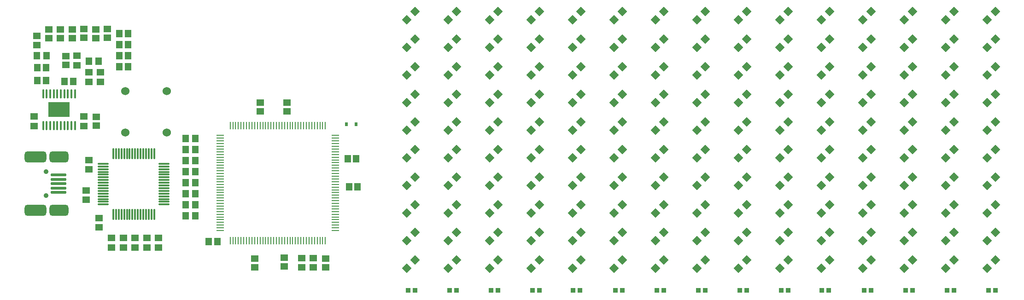
<source format=gbr>
%TF.GenerationSoftware,Altium Limited,Altium Designer,20.1.14 (287)*%
G04 Layer_Color=255*
%FSLAX26Y26*%
%MOIN*%
%TF.SameCoordinates,7E9A0AC4-0E20-4BBF-80A7-7FB1365180D4*%
%TF.FilePolarity,Positive*%
%TF.FileFunction,Pads,Top*%
%TF.Part,Single*%
G01*
G75*
%TA.AperFunction,SMDPad,CuDef*%
%ADD10O,0.009842X0.055118*%
%ADD11O,0.055118X0.009842*%
%ADD12O,0.011811X0.082677*%
%ADD13O,0.082677X0.011811*%
%ADD14R,0.151969X0.107874*%
%ADD15O,0.013780X0.072835*%
%ADD16R,0.033465X0.037402*%
%ADD17R,0.053150X0.045276*%
%ADD18R,0.045276X0.053150*%
%TA.AperFunction,ConnectorPad*%
G04:AMPARAMS|DCode=19|XSize=137.795mil|YSize=80.709mil|CornerRadius=20.177mil|HoleSize=0mil|Usage=FLASHONLY|Rotation=180.000|XOffset=0mil|YOffset=0mil|HoleType=Round|Shape=RoundedRectangle|*
%AMROUNDEDRECTD19*
21,1,0.137795,0.040354,0,0,180.0*
21,1,0.097441,0.080709,0,0,180.0*
1,1,0.040354,-0.048721,0.020177*
1,1,0.040354,0.048721,0.020177*
1,1,0.040354,0.048721,-0.020177*
1,1,0.040354,-0.048721,-0.020177*
%
%ADD19ROUNDEDRECTD19*%
G04:AMPARAMS|DCode=20|XSize=157.48mil|YSize=80.709mil|CornerRadius=20.177mil|HoleSize=0mil|Usage=FLASHONLY|Rotation=180.000|XOffset=0mil|YOffset=0mil|HoleType=Round|Shape=RoundedRectangle|*
%AMROUNDEDRECTD20*
21,1,0.157480,0.040354,0,0,180.0*
21,1,0.117126,0.080709,0,0,180.0*
1,1,0.040354,-0.058563,0.020177*
1,1,0.040354,0.058563,0.020177*
1,1,0.040354,0.058563,-0.020177*
1,1,0.040354,-0.058563,-0.020177*
%
%ADD20ROUNDEDRECTD20*%
G04:AMPARAMS|DCode=21|XSize=137.795mil|YSize=80.709mil|CornerRadius=20.177mil|HoleSize=0mil|Usage=FLASHONLY|Rotation=180.000|XOffset=0mil|YOffset=0mil|HoleType=Round|Shape=RoundedRectangle|*
%AMROUNDEDRECTD21*
21,1,0.137795,0.040355,0,0,180.0*
21,1,0.097441,0.080709,0,0,180.0*
1,1,0.040354,-0.048721,0.020177*
1,1,0.040354,0.048721,0.020177*
1,1,0.040354,0.048721,-0.020177*
1,1,0.040354,-0.048721,-0.020177*
%
%ADD21ROUNDEDRECTD21*%
G04:AMPARAMS|DCode=22|XSize=110.236mil|YSize=19.685mil|CornerRadius=4.921mil|HoleSize=0mil|Usage=FLASHONLY|Rotation=180.000|XOffset=0mil|YOffset=0mil|HoleType=Round|Shape=RoundedRectangle|*
%AMROUNDEDRECTD22*
21,1,0.110236,0.009843,0,0,180.0*
21,1,0.100394,0.019685,0,0,180.0*
1,1,0.009842,-0.050197,0.004921*
1,1,0.009842,0.050197,0.004921*
1,1,0.009842,0.050197,-0.004921*
1,1,0.009842,-0.050197,-0.004921*
%
%ADD22ROUNDEDRECTD22*%
%TA.AperFunction,SMDPad,CuDef*%
%ADD23P,0.066813X4X180.0*%
%ADD24R,0.023622X0.031496*%
%ADD25R,0.051181X0.055118*%
%ADD26R,0.055118X0.051181*%
%TA.AperFunction,ComponentPad*%
%ADD30C,0.035433*%
%ADD31C,0.060000*%
D10*
X3213780Y3515000D02*
D03*
X3233465D02*
D03*
X3253150D02*
D03*
X3272835D02*
D03*
X3292520D02*
D03*
X3312205D02*
D03*
X3331890D02*
D03*
X3351575D02*
D03*
X3371260D02*
D03*
X3390945D02*
D03*
X3410630D02*
D03*
X3430315D02*
D03*
X3450000D02*
D03*
X3469685D02*
D03*
X3489370D02*
D03*
X3509055D02*
D03*
X3528740D02*
D03*
X3548425D02*
D03*
X3568110D02*
D03*
X3587795D02*
D03*
X3607480D02*
D03*
X3627165D02*
D03*
X3646850D02*
D03*
X3666535D02*
D03*
X3686220D02*
D03*
X3705905D02*
D03*
X3725591D02*
D03*
X3745276D02*
D03*
X3764961D02*
D03*
X3784646D02*
D03*
X3804331D02*
D03*
X3824016D02*
D03*
X3843701D02*
D03*
X3863386D02*
D03*
X3883071D02*
D03*
X3902756D02*
D03*
Y2680354D02*
D03*
X3883071D02*
D03*
X3863386D02*
D03*
X3843701D02*
D03*
X3824016D02*
D03*
X3804331D02*
D03*
X3784646D02*
D03*
X3764961D02*
D03*
X3745276D02*
D03*
X3725591D02*
D03*
X3705905D02*
D03*
X3686220D02*
D03*
X3666535D02*
D03*
X3646850D02*
D03*
X3627165D02*
D03*
X3607480D02*
D03*
X3587795D02*
D03*
X3568110D02*
D03*
X3548425D02*
D03*
X3528740D02*
D03*
X3509055D02*
D03*
X3489370D02*
D03*
X3469685D02*
D03*
X3450000D02*
D03*
X3430315D02*
D03*
X3410630D02*
D03*
X3390945D02*
D03*
X3371260D02*
D03*
X3351575D02*
D03*
X3331890D02*
D03*
X3312205D02*
D03*
X3292520D02*
D03*
X3272835D02*
D03*
X3253150D02*
D03*
X3233465D02*
D03*
X3213780D02*
D03*
D11*
X3975591Y3442165D02*
D03*
Y3422480D02*
D03*
Y3402795D02*
D03*
Y3383110D02*
D03*
Y3363425D02*
D03*
Y3343740D02*
D03*
Y3324055D02*
D03*
Y3304370D02*
D03*
Y3284685D02*
D03*
Y3265000D02*
D03*
Y3245315D02*
D03*
Y3225630D02*
D03*
Y3205945D02*
D03*
Y3186260D02*
D03*
Y3166575D02*
D03*
Y3146890D02*
D03*
Y3127205D02*
D03*
Y3107520D02*
D03*
Y3087835D02*
D03*
Y3068150D02*
D03*
Y3048465D02*
D03*
Y3028780D02*
D03*
Y3009095D02*
D03*
Y2989409D02*
D03*
Y2969724D02*
D03*
Y2950039D02*
D03*
Y2930354D02*
D03*
Y2910669D02*
D03*
Y2890984D02*
D03*
Y2871299D02*
D03*
Y2851614D02*
D03*
Y2831929D02*
D03*
Y2812244D02*
D03*
Y2792559D02*
D03*
Y2772874D02*
D03*
Y2753189D02*
D03*
X3140945D02*
D03*
Y2772874D02*
D03*
Y2792559D02*
D03*
Y2812244D02*
D03*
Y2831929D02*
D03*
Y2851614D02*
D03*
Y2871299D02*
D03*
Y2890984D02*
D03*
Y2910669D02*
D03*
Y2930354D02*
D03*
Y2950039D02*
D03*
Y2969724D02*
D03*
Y2989409D02*
D03*
Y3009095D02*
D03*
Y3028780D02*
D03*
Y3048465D02*
D03*
Y3068150D02*
D03*
Y3087835D02*
D03*
Y3107520D02*
D03*
Y3127205D02*
D03*
Y3146890D02*
D03*
Y3166575D02*
D03*
Y3186260D02*
D03*
Y3205945D02*
D03*
Y3225630D02*
D03*
Y3245315D02*
D03*
Y3265000D02*
D03*
Y3284685D02*
D03*
Y3304370D02*
D03*
Y3324055D02*
D03*
Y3343740D02*
D03*
Y3363425D02*
D03*
Y3383110D02*
D03*
Y3402795D02*
D03*
Y3422480D02*
D03*
Y3442165D02*
D03*
D12*
X2368199Y3310472D02*
D03*
X2387885D02*
D03*
X2407570D02*
D03*
X2427255D02*
D03*
X2446940D02*
D03*
X2466625D02*
D03*
X2486310D02*
D03*
X2505995D02*
D03*
X2525680D02*
D03*
X2545365D02*
D03*
X2565050D02*
D03*
X2584735D02*
D03*
X2604420D02*
D03*
X2624105D02*
D03*
X2643790D02*
D03*
X2663475D02*
D03*
Y2869528D02*
D03*
X2643790D02*
D03*
X2624105D02*
D03*
X2604420D02*
D03*
X2584735D02*
D03*
X2565050D02*
D03*
X2545365D02*
D03*
X2525680D02*
D03*
X2505995D02*
D03*
X2486310D02*
D03*
X2466625D02*
D03*
X2446940D02*
D03*
X2427255D02*
D03*
X2407570D02*
D03*
X2387885D02*
D03*
X2368199D02*
D03*
D13*
X2736310Y3237638D02*
D03*
Y3217953D02*
D03*
Y3198268D02*
D03*
Y3178583D02*
D03*
Y3158898D02*
D03*
Y3139213D02*
D03*
Y3119528D02*
D03*
Y3099843D02*
D03*
Y3080157D02*
D03*
Y3060472D02*
D03*
Y3040787D02*
D03*
Y3021102D02*
D03*
Y3001417D02*
D03*
Y2981732D02*
D03*
Y2962047D02*
D03*
Y2942362D02*
D03*
X2295365D02*
D03*
Y2962047D02*
D03*
Y2981732D02*
D03*
Y3001417D02*
D03*
Y3021102D02*
D03*
Y3040787D02*
D03*
Y3060472D02*
D03*
Y3080157D02*
D03*
Y3099843D02*
D03*
Y3119528D02*
D03*
Y3139213D02*
D03*
Y3158898D02*
D03*
Y3178583D02*
D03*
Y3198268D02*
D03*
Y3217953D02*
D03*
Y3237638D02*
D03*
D14*
X1975837Y3630000D02*
D03*
D15*
X1860680Y3514843D02*
D03*
X1886270D02*
D03*
X1911861D02*
D03*
X1937451D02*
D03*
X1963042D02*
D03*
X1988632D02*
D03*
X2014223D02*
D03*
X2039814D02*
D03*
X2065404D02*
D03*
X2090995D02*
D03*
X1860680Y3745157D02*
D03*
X1886270D02*
D03*
X1911861D02*
D03*
X1937451D02*
D03*
X1963042D02*
D03*
X1988632D02*
D03*
X2014223D02*
D03*
X2039814D02*
D03*
X2065404D02*
D03*
X2090995D02*
D03*
D16*
X8751360Y2320769D02*
D03*
X8700179D02*
D03*
X8451360D02*
D03*
X8400179D02*
D03*
X8151360D02*
D03*
X8100179D02*
D03*
X7851360D02*
D03*
X7800179D02*
D03*
X7546360D02*
D03*
X7495179D02*
D03*
X7251360D02*
D03*
X7200179D02*
D03*
X6951360D02*
D03*
X6900179D02*
D03*
X6651360D02*
D03*
X6600179D02*
D03*
X6351360D02*
D03*
X6300179D02*
D03*
X6051360D02*
D03*
X6000179D02*
D03*
X5746360D02*
D03*
X5695179D02*
D03*
X5451360D02*
D03*
X5400179D02*
D03*
X5151360D02*
D03*
X5100179D02*
D03*
X4851360D02*
D03*
X4800179D02*
D03*
X4551360D02*
D03*
X4500179D02*
D03*
D17*
X3815837Y2555000D02*
D03*
Y2486102D02*
D03*
X3730837Y2554449D02*
D03*
Y2485551D02*
D03*
X2190837Y3264449D02*
D03*
Y3195551D02*
D03*
X2170837Y3044449D02*
D03*
Y2975551D02*
D03*
X2695837Y2630315D02*
D03*
Y2699213D02*
D03*
X2610837Y2630315D02*
D03*
Y2699213D02*
D03*
X2525837Y2630315D02*
D03*
Y2699213D02*
D03*
X2440837Y2630866D02*
D03*
Y2699764D02*
D03*
X2355837Y2630866D02*
D03*
Y2699764D02*
D03*
X2265837Y2776102D02*
D03*
Y2845000D02*
D03*
X1815837Y4095551D02*
D03*
Y4164449D02*
D03*
X2155837Y3579449D02*
D03*
Y3510551D02*
D03*
X1795837Y3579449D02*
D03*
Y3510551D02*
D03*
X2275837Y3830551D02*
D03*
Y3899449D02*
D03*
X2105837Y4018898D02*
D03*
Y3950000D02*
D03*
X2190837Y3830551D02*
D03*
Y3899449D02*
D03*
D18*
X2960286Y3420000D02*
D03*
X2891388D02*
D03*
X2960286Y3340000D02*
D03*
X2891388D02*
D03*
X2960286Y3260000D02*
D03*
X2891388D02*
D03*
X2960286Y3180000D02*
D03*
X2891388D02*
D03*
X2960286Y3100000D02*
D03*
X2891388D02*
D03*
X2960286Y3020000D02*
D03*
X2891388D02*
D03*
X2960286Y2940000D02*
D03*
X2891388D02*
D03*
X2960286Y2860000D02*
D03*
X2891388D02*
D03*
X1884735Y4020000D02*
D03*
X1815837D02*
D03*
X2191388Y3980000D02*
D03*
X2260286D02*
D03*
D19*
X1973357Y3287284D02*
D03*
D20*
X1806033D02*
D03*
Y2899488D02*
D03*
D21*
X1973357D02*
D03*
D22*
X1972371Y3124882D02*
D03*
Y3156378D02*
D03*
Y3061890D02*
D03*
Y3030394D02*
D03*
Y3093386D02*
D03*
D23*
X8750000Y4340000D02*
D03*
X8691538Y4281538D02*
D03*
X8450000Y4340000D02*
D03*
X8391538Y4281538D02*
D03*
X8150000Y4340000D02*
D03*
X8091538Y4281538D02*
D03*
X7850000Y4340000D02*
D03*
X7791538Y4281538D02*
D03*
X7550000Y4340000D02*
D03*
X7491538Y4281538D02*
D03*
X7250000Y4340000D02*
D03*
X7191538Y4281538D02*
D03*
X6950000Y4340000D02*
D03*
X6891538Y4281538D02*
D03*
X6650000Y4340000D02*
D03*
X6591538Y4281538D02*
D03*
X6350000Y4340000D02*
D03*
X6291538Y4281538D02*
D03*
X6050000Y4340000D02*
D03*
X5991538Y4281538D02*
D03*
X5750000Y4340000D02*
D03*
X5691538Y4281538D02*
D03*
X5450000Y4340000D02*
D03*
X5391538Y4281538D02*
D03*
X5150000Y4340000D02*
D03*
X5091538Y4281538D02*
D03*
X4850000Y4340000D02*
D03*
X4791538Y4281538D02*
D03*
X4550000Y4340000D02*
D03*
X4491538Y4281538D02*
D03*
X8750000Y4140000D02*
D03*
X8691538Y4081538D02*
D03*
X8450000Y4140000D02*
D03*
X8391538Y4081538D02*
D03*
X8150000Y4140000D02*
D03*
X8091538Y4081538D02*
D03*
X7850000Y4140000D02*
D03*
X7791538Y4081538D02*
D03*
X7550000Y4140000D02*
D03*
X7491538Y4081538D02*
D03*
X7250000Y4140000D02*
D03*
X7191538Y4081538D02*
D03*
X6950000Y4140000D02*
D03*
X6891538Y4081538D02*
D03*
X6650000Y4140000D02*
D03*
X6591538Y4081538D02*
D03*
X6350000Y4140000D02*
D03*
X6291538Y4081538D02*
D03*
X6050000Y4140000D02*
D03*
X5991538Y4081538D02*
D03*
X5750000Y4140000D02*
D03*
X5691538Y4081538D02*
D03*
X5450000Y4140000D02*
D03*
X5391538Y4081538D02*
D03*
X5150000Y4140000D02*
D03*
X5091538Y4081538D02*
D03*
X4850000Y4140000D02*
D03*
X4791538Y4081538D02*
D03*
X4550000Y4140000D02*
D03*
X4491538Y4081538D02*
D03*
X8750000Y3940000D02*
D03*
X8691538Y3881538D02*
D03*
X8450000Y3940000D02*
D03*
X8391538Y3881538D02*
D03*
X8150000Y3940000D02*
D03*
X8091538Y3881538D02*
D03*
X7850000Y3940000D02*
D03*
X7791538Y3881538D02*
D03*
X7550000Y3940000D02*
D03*
X7491538Y3881538D02*
D03*
X7250000Y3940000D02*
D03*
X7191538Y3881538D02*
D03*
X6950000Y3940000D02*
D03*
X6891538Y3881538D02*
D03*
X6650000Y3940000D02*
D03*
X6591538Y3881538D02*
D03*
X6350000Y3940000D02*
D03*
X6291538Y3881538D02*
D03*
X6050000Y3940000D02*
D03*
X5991538Y3881538D02*
D03*
X5750000Y3940000D02*
D03*
X5691538Y3881538D02*
D03*
X5450000Y3940000D02*
D03*
X5391538Y3881538D02*
D03*
X5150000Y3940000D02*
D03*
X5091538Y3881538D02*
D03*
X4850000Y3940000D02*
D03*
X4791538Y3881538D02*
D03*
X4550000Y3940000D02*
D03*
X4491538Y3881538D02*
D03*
X8750000Y3740000D02*
D03*
X8691538Y3681538D02*
D03*
X8450000Y3740000D02*
D03*
X8391538Y3681538D02*
D03*
X8150000Y3740000D02*
D03*
X8091538Y3681538D02*
D03*
X7850000Y3740000D02*
D03*
X7791538Y3681538D02*
D03*
X7550000Y3740000D02*
D03*
X7491538Y3681538D02*
D03*
X7250000Y3740000D02*
D03*
X7191538Y3681538D02*
D03*
X6950000Y3740000D02*
D03*
X6891538Y3681538D02*
D03*
X6650000Y3740000D02*
D03*
X6591538Y3681538D02*
D03*
X6350000Y3740000D02*
D03*
X6291538Y3681538D02*
D03*
X6050000Y3740000D02*
D03*
X5991538Y3681538D02*
D03*
X5750000Y3740000D02*
D03*
X5691538Y3681538D02*
D03*
X5450000Y3740000D02*
D03*
X5391538Y3681538D02*
D03*
X5150000Y3740000D02*
D03*
X5091538Y3681538D02*
D03*
X4850000Y3740000D02*
D03*
X4791538Y3681538D02*
D03*
X4550000Y3740000D02*
D03*
X4491538Y3681538D02*
D03*
X8750000Y3540000D02*
D03*
X8691538Y3481538D02*
D03*
X8450000Y3540000D02*
D03*
X8391538Y3481538D02*
D03*
X8150000Y3540000D02*
D03*
X8091538Y3481538D02*
D03*
X7850000Y3540000D02*
D03*
X7791538Y3481538D02*
D03*
X7550000Y3540000D02*
D03*
X7491538Y3481538D02*
D03*
X7250000Y3540000D02*
D03*
X7191538Y3481538D02*
D03*
X6950000Y3540000D02*
D03*
X6891538Y3481538D02*
D03*
X6650000Y3540000D02*
D03*
X6591538Y3481538D02*
D03*
X6350000Y3540000D02*
D03*
X6291538Y3481538D02*
D03*
X6050000Y3540000D02*
D03*
X5991538Y3481538D02*
D03*
X5750000Y3540000D02*
D03*
X5691538Y3481538D02*
D03*
X5450000Y3540000D02*
D03*
X5391538Y3481538D02*
D03*
X5150000Y3540000D02*
D03*
X5091538Y3481538D02*
D03*
X4850000Y3540000D02*
D03*
X4791538Y3481538D02*
D03*
X4550000Y3540000D02*
D03*
X4491538Y3481538D02*
D03*
X8750000Y3340000D02*
D03*
X8691538Y3281538D02*
D03*
X8450000Y3340000D02*
D03*
X8391538Y3281538D02*
D03*
X8150000Y3340000D02*
D03*
X8091538Y3281538D02*
D03*
X7850000Y3340000D02*
D03*
X7791538Y3281538D02*
D03*
X7550000Y3340000D02*
D03*
X7491538Y3281538D02*
D03*
X7250000Y3340000D02*
D03*
X7191538Y3281538D02*
D03*
X6950000Y3340000D02*
D03*
X6891538Y3281538D02*
D03*
X6650000Y3340000D02*
D03*
X6591538Y3281538D02*
D03*
X6350000Y3340000D02*
D03*
X6291538Y3281538D02*
D03*
X6050000Y3340000D02*
D03*
X5991538Y3281538D02*
D03*
X5750000Y3340000D02*
D03*
X5691538Y3281538D02*
D03*
X5450000Y3340000D02*
D03*
X5391538Y3281538D02*
D03*
X5150000Y3340000D02*
D03*
X5091538Y3281538D02*
D03*
X4850000Y3340000D02*
D03*
X4791538Y3281538D02*
D03*
X4550000Y3340000D02*
D03*
X4491538Y3281538D02*
D03*
X8750000Y3140000D02*
D03*
X8691538Y3081538D02*
D03*
X8450000Y3140000D02*
D03*
X8391538Y3081538D02*
D03*
X8150000Y3140000D02*
D03*
X8091538Y3081538D02*
D03*
X7850000Y3140000D02*
D03*
X7791538Y3081538D02*
D03*
X7550000Y3140000D02*
D03*
X7491538Y3081538D02*
D03*
X7250000Y3140000D02*
D03*
X7191538Y3081538D02*
D03*
X6950000Y3140000D02*
D03*
X6891538Y3081538D02*
D03*
X6650000Y3140000D02*
D03*
X6591538Y3081538D02*
D03*
X6350000Y3140000D02*
D03*
X6291538Y3081538D02*
D03*
X6050000Y3140000D02*
D03*
X5991538Y3081538D02*
D03*
X5750000Y3140000D02*
D03*
X5691538Y3081538D02*
D03*
X5450000Y3140000D02*
D03*
X5391538Y3081538D02*
D03*
X5150000Y3140000D02*
D03*
X5091538Y3081538D02*
D03*
X4850000Y3140000D02*
D03*
X4791538Y3081538D02*
D03*
X4550000Y3140000D02*
D03*
X4491538Y3081538D02*
D03*
X8750000Y2940000D02*
D03*
X8691538Y2881538D02*
D03*
X8450000Y2940000D02*
D03*
X8391538Y2881538D02*
D03*
X8150000Y2940000D02*
D03*
X8091538Y2881538D02*
D03*
X7850000Y2940000D02*
D03*
X7791538Y2881538D02*
D03*
X7550000Y2940000D02*
D03*
X7491538Y2881538D02*
D03*
X7250000Y2940000D02*
D03*
X7191538Y2881538D02*
D03*
X6950000Y2940000D02*
D03*
X6891538Y2881538D02*
D03*
X6650000Y2940000D02*
D03*
X6591538Y2881538D02*
D03*
X6350000Y2940000D02*
D03*
X6291538Y2881538D02*
D03*
X6050000Y2940000D02*
D03*
X5991538Y2881538D02*
D03*
X5750000Y2940000D02*
D03*
X5691538Y2881538D02*
D03*
X5450000Y2940000D02*
D03*
X5391538Y2881538D02*
D03*
X5150000Y2940000D02*
D03*
X5091538Y2881538D02*
D03*
X4850000Y2940000D02*
D03*
X4791538Y2881538D02*
D03*
X4550000Y2940000D02*
D03*
X4491538Y2881538D02*
D03*
X8750000Y2740000D02*
D03*
X8691538Y2681538D02*
D03*
X8450000Y2740000D02*
D03*
X8391538Y2681538D02*
D03*
X8150000Y2740000D02*
D03*
X8091538Y2681538D02*
D03*
X7850000Y2740000D02*
D03*
X7791538Y2681538D02*
D03*
X7550000Y2740000D02*
D03*
X7491538Y2681538D02*
D03*
X7250000Y2740000D02*
D03*
X7191538Y2681538D02*
D03*
X6950000Y2740000D02*
D03*
X6891538Y2681538D02*
D03*
X6650000Y2740000D02*
D03*
X6591538Y2681538D02*
D03*
X6350000Y2740000D02*
D03*
X6291538Y2681538D02*
D03*
X6050000Y2740000D02*
D03*
X5991538Y2681538D02*
D03*
X5750000Y2740000D02*
D03*
X5691538Y2681538D02*
D03*
X5450000Y2740000D02*
D03*
X5391538Y2681538D02*
D03*
X5150000Y2740000D02*
D03*
X5091538Y2681538D02*
D03*
X4850000Y2740000D02*
D03*
X4791538Y2681538D02*
D03*
X4550000Y2740000D02*
D03*
X4491538Y2681538D02*
D03*
X8750000Y2540000D02*
D03*
X8691538Y2481538D02*
D03*
X8450000Y2540000D02*
D03*
X8391538Y2481538D02*
D03*
X8150000Y2540000D02*
D03*
X8091538Y2481538D02*
D03*
X7850000Y2540000D02*
D03*
X7791538Y2481538D02*
D03*
X7550000Y2540000D02*
D03*
X7491538Y2481538D02*
D03*
X7250000Y2540000D02*
D03*
X7191538Y2481538D02*
D03*
X6950000Y2540000D02*
D03*
X6891538Y2481538D02*
D03*
X6650000Y2540000D02*
D03*
X6591538Y2481538D02*
D03*
X6350000Y2540000D02*
D03*
X6291538Y2481538D02*
D03*
X6050000Y2540000D02*
D03*
X5991538Y2481538D02*
D03*
X5750000Y2540000D02*
D03*
X5691538Y2481538D02*
D03*
X5450000Y2540000D02*
D03*
X5391538Y2481538D02*
D03*
X5150000Y2540000D02*
D03*
X5091538Y2481538D02*
D03*
X4850000Y2540000D02*
D03*
X4791538Y2481538D02*
D03*
X4550000Y2540000D02*
D03*
X4491538Y2481538D02*
D03*
D24*
X4123465Y3525000D02*
D03*
X4056535D02*
D03*
D25*
X3121496Y2675000D02*
D03*
X3058504D02*
D03*
X4126496Y3275000D02*
D03*
X4063504D02*
D03*
X4136496Y3070000D02*
D03*
X4073504D02*
D03*
X1819341Y3840000D02*
D03*
X1882333D02*
D03*
X1882333Y3935000D02*
D03*
X1819341D02*
D03*
X2015837Y3835000D02*
D03*
X2078829D02*
D03*
X2410837Y4180000D02*
D03*
X2473829D02*
D03*
Y3940000D02*
D03*
X2410837D02*
D03*
X2473829Y4100000D02*
D03*
X2410837D02*
D03*
X2473829Y4020000D02*
D03*
X2410837D02*
D03*
D26*
X3625000Y3618504D02*
D03*
Y3681496D02*
D03*
X3430000Y3681496D02*
D03*
Y3618504D02*
D03*
X3390000Y2488504D02*
D03*
Y2551496D02*
D03*
X3605000Y2493504D02*
D03*
Y2556496D02*
D03*
X3905000Y2488504D02*
D03*
Y2551496D02*
D03*
X2245837Y3576496D02*
D03*
Y3513504D02*
D03*
X2025837Y4016496D02*
D03*
Y3953504D02*
D03*
X2325837Y4212992D02*
D03*
Y4150000D02*
D03*
X2240837Y4148504D02*
D03*
Y4211496D02*
D03*
X2155837Y4150000D02*
D03*
Y4212992D02*
D03*
X2070837Y4148504D02*
D03*
Y4211496D02*
D03*
X1985837Y4148504D02*
D03*
Y4211496D02*
D03*
X1900837Y4148504D02*
D03*
Y4211496D02*
D03*
D30*
X1880837Y3180000D02*
D03*
Y3006772D02*
D03*
D31*
X2755837Y3765000D02*
D03*
Y3465000D02*
D03*
X2455837Y3765000D02*
D03*
Y3465000D02*
D03*
%TF.MD5,9c27ac95ec548a7866139454af22a813*%
M02*

</source>
